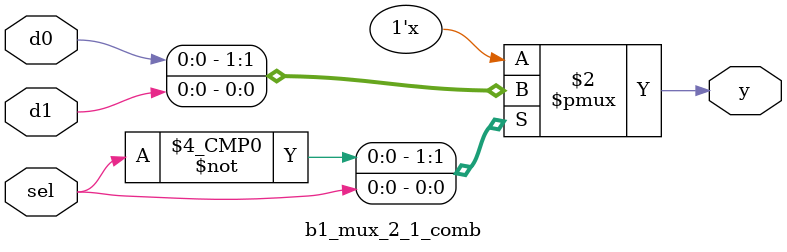
<source format=v>
module b1_mux_2_1_comb
(
  input      d0,
  input      d1,
  input      sel,
  output reg y
);
  always @ (*)
  begin
    case (sel)
      0: y = d0;
      1: y = d1;
    endcase
  end
endmodule
</source>
